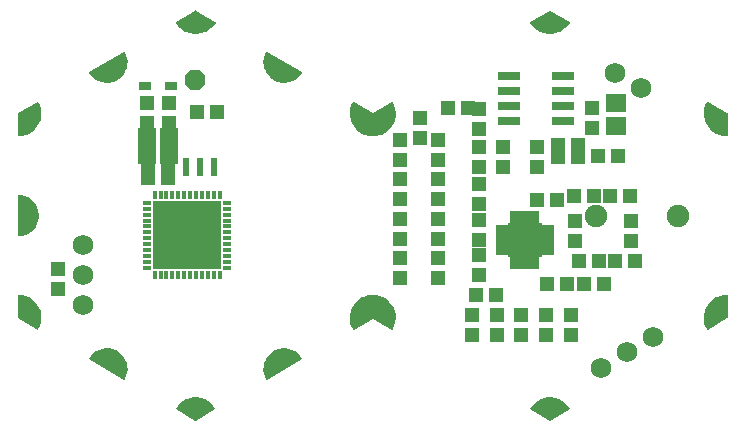
<source format=gbr>
G04 EAGLE Gerber RS-274X export*
G75*
%MOMM*%
%FSLAX34Y34*%
%LPD*%
%INSoldermask Bottom*%
%IPPOS*%
%AMOC8*
5,1,8,0,0,1.08239X$1,22.5*%
G01*
%ADD10R,0.603200X1.603197*%
%ADD11C,1.203200*%
%ADD12R,0.457200X0.753200*%
%ADD13R,0.753200X0.457200*%
%ADD14R,5.803200X5.803200*%
%ADD15P,1.869504X8X22.500000*%
%ADD16R,1.303200X1.203200*%
%ADD17R,1.503200X1.703200*%
%ADD18C,1.727200*%
%ADD19R,0.503200X1.053200*%
%ADD20R,1.053200X0.503200*%
%ADD21R,2.853200X2.853200*%
%ADD22C,1.903200*%
%ADD23R,1.203200X1.303200*%
%ADD24R,1.703200X1.503200*%
%ADD25R,1.879600X0.711200*%
%ADD26R,1.003200X0.703200*%

G36*
X299252Y270303D02*
X299252Y270303D01*
X299265Y270302D01*
X302315Y270545D01*
X302347Y270554D01*
X302394Y270558D01*
X305366Y271286D01*
X305397Y271301D01*
X305442Y271312D01*
X305506Y271339D01*
X306682Y271838D01*
X307857Y272337D01*
X307858Y272337D01*
X308259Y272508D01*
X308287Y272527D01*
X308330Y272545D01*
X310918Y274177D01*
X310942Y274201D01*
X310982Y274225D01*
X313275Y276252D01*
X313295Y276279D01*
X313331Y276310D01*
X315269Y278678D01*
X315285Y278708D01*
X315314Y278744D01*
X316848Y281392D01*
X316858Y281424D01*
X316882Y281464D01*
X316935Y281604D01*
X317695Y283601D01*
X317885Y284100D01*
X317971Y284324D01*
X317976Y284357D01*
X317993Y284401D01*
X318609Y287398D01*
X318609Y287432D01*
X318618Y287478D01*
X318745Y290535D01*
X318740Y290569D01*
X318742Y290616D01*
X318377Y293654D01*
X318366Y293686D01*
X318361Y293732D01*
X317513Y296672D01*
X317497Y296702D01*
X317485Y296748D01*
X316176Y299514D01*
X316159Y299536D01*
X316149Y299563D01*
X316100Y299615D01*
X316057Y299673D01*
X316032Y299687D01*
X316013Y299708D01*
X315947Y299737D01*
X315885Y299773D01*
X315857Y299776D01*
X315831Y299788D01*
X315759Y299789D01*
X315688Y299798D01*
X315661Y299790D01*
X315632Y299791D01*
X315537Y299755D01*
X315497Y299744D01*
X315488Y299737D01*
X315476Y299733D01*
X299225Y290376D01*
X282974Y299733D01*
X282947Y299742D01*
X282923Y299758D01*
X282853Y299773D01*
X282785Y299796D01*
X282757Y299793D01*
X282729Y299799D01*
X282659Y299786D01*
X282587Y299780D01*
X282562Y299767D01*
X282534Y299761D01*
X282474Y299721D01*
X282411Y299688D01*
X282393Y299666D01*
X282369Y299650D01*
X282311Y299567D01*
X282284Y299535D01*
X282281Y299524D01*
X282274Y299514D01*
X280965Y296748D01*
X280957Y296715D01*
X280937Y296672D01*
X280089Y293732D01*
X280086Y293698D01*
X280073Y293654D01*
X279708Y290616D01*
X279711Y290582D01*
X279705Y290535D01*
X279832Y287478D01*
X279840Y287445D01*
X279841Y287398D01*
X280457Y284401D01*
X280470Y284370D01*
X280480Y284324D01*
X281568Y281464D01*
X281586Y281436D01*
X281603Y281392D01*
X283136Y278744D01*
X283158Y278718D01*
X283181Y278678D01*
X285119Y276310D01*
X285146Y276288D01*
X285175Y276252D01*
X287468Y274225D01*
X287497Y274209D01*
X287532Y274177D01*
X290120Y272545D01*
X290152Y272533D01*
X290191Y272508D01*
X293008Y271312D01*
X293041Y271305D01*
X293084Y271286D01*
X296056Y270558D01*
X296090Y270556D01*
X296135Y270545D01*
X299185Y270302D01*
X299214Y270306D01*
X299242Y270301D01*
X299252Y270303D01*
G37*
G36*
X315792Y106615D02*
X315792Y106615D01*
X315863Y106620D01*
X315888Y106633D01*
X315916Y106639D01*
X315976Y106679D01*
X316039Y106712D01*
X316057Y106734D01*
X316081Y106750D01*
X316139Y106833D01*
X316166Y106865D01*
X316169Y106876D01*
X316176Y106887D01*
X317485Y109653D01*
X317493Y109686D01*
X317513Y109728D01*
X318361Y112668D01*
X318364Y112702D01*
X318377Y112746D01*
X318742Y115784D01*
X318739Y115818D01*
X318745Y115865D01*
X318618Y118922D01*
X318610Y118955D01*
X318609Y119002D01*
X317993Y121999D01*
X317980Y122030D01*
X317971Y122076D01*
X316882Y124936D01*
X316864Y124965D01*
X316848Y125008D01*
X315314Y127656D01*
X315292Y127682D01*
X315269Y127723D01*
X313331Y130090D01*
X313304Y130112D01*
X313275Y130148D01*
X310982Y132175D01*
X310953Y132192D01*
X310918Y132223D01*
X308330Y133855D01*
X308298Y133867D01*
X308259Y133892D01*
X305442Y135088D01*
X305409Y135095D01*
X305366Y135114D01*
X302394Y135842D01*
X302360Y135844D01*
X302315Y135855D01*
X299265Y136098D01*
X299236Y136094D01*
X299208Y136099D01*
X299198Y136097D01*
X299185Y136098D01*
X296135Y135855D01*
X296103Y135846D01*
X296056Y135842D01*
X293084Y135114D01*
X293053Y135099D01*
X293008Y135088D01*
X292843Y135018D01*
X291668Y134519D01*
X290492Y134020D01*
X290191Y133892D01*
X290163Y133873D01*
X290120Y133855D01*
X287532Y132223D01*
X287508Y132199D01*
X287468Y132175D01*
X285175Y130148D01*
X285155Y130121D01*
X285119Y130090D01*
X283181Y127723D01*
X283165Y127692D01*
X283136Y127656D01*
X281603Y125008D01*
X281592Y124976D01*
X281568Y124936D01*
X280480Y122076D01*
X280474Y122043D01*
X280457Y121999D01*
X279841Y119002D01*
X279841Y118968D01*
X279832Y118922D01*
X279705Y115865D01*
X279710Y115831D01*
X279708Y115784D01*
X280073Y112746D01*
X280084Y112714D01*
X280089Y112668D01*
X280937Y109728D01*
X280953Y109698D01*
X280965Y109653D01*
X282274Y106887D01*
X282291Y106864D01*
X282301Y106837D01*
X282350Y106785D01*
X282393Y106727D01*
X282418Y106713D01*
X282437Y106692D01*
X282503Y106663D01*
X282565Y106627D01*
X282593Y106624D01*
X282619Y106612D01*
X282691Y106611D01*
X282762Y106602D01*
X282789Y106610D01*
X282818Y106610D01*
X282913Y106645D01*
X282953Y106656D01*
X282962Y106663D01*
X282974Y106667D01*
X299225Y116024D01*
X315476Y106667D01*
X315503Y106658D01*
X315527Y106642D01*
X315597Y106627D01*
X315665Y106604D01*
X315693Y106607D01*
X315721Y106601D01*
X315792Y106615D01*
G37*
G36*
X-748Y185704D02*
X-748Y185704D01*
X-734Y185702D01*
X2064Y185934D01*
X2098Y185944D01*
X2146Y185948D01*
X4867Y186637D01*
X4899Y186652D01*
X4945Y186664D01*
X7517Y187792D01*
X7545Y187812D01*
X7589Y187831D01*
X9940Y189367D01*
X9964Y189391D01*
X10005Y189417D01*
X12070Y191319D01*
X12083Y191336D01*
X12095Y191345D01*
X12106Y191361D01*
X12126Y191380D01*
X13851Y193595D01*
X13866Y193626D01*
X13896Y193664D01*
X15232Y196134D01*
X15242Y196167D01*
X15265Y196209D01*
X16177Y198865D01*
X16182Y198899D01*
X16197Y198945D01*
X16659Y201714D01*
X16658Y201749D01*
X16666Y201796D01*
X16666Y204604D01*
X16659Y204638D01*
X16659Y204686D01*
X16197Y207455D01*
X16185Y207488D01*
X16177Y207535D01*
X15265Y210191D01*
X15248Y210221D01*
X15232Y210266D01*
X13896Y212736D01*
X13874Y212762D01*
X13851Y212805D01*
X12126Y215020D01*
X12100Y215043D01*
X12070Y215081D01*
X10005Y216983D01*
X9975Y217001D01*
X9940Y217033D01*
X7589Y218569D01*
X7557Y218582D01*
X7517Y218608D01*
X4945Y219736D01*
X4912Y219743D01*
X4867Y219763D01*
X2146Y220452D01*
X2111Y220454D01*
X2064Y220466D01*
X-734Y220698D01*
X-763Y220694D01*
X-792Y220699D01*
X-861Y220683D01*
X-931Y220674D01*
X-957Y220660D01*
X-985Y220653D01*
X-1042Y220611D01*
X-1104Y220576D01*
X-1122Y220552D01*
X-1145Y220535D01*
X-1181Y220474D01*
X-1224Y220417D01*
X-1232Y220389D01*
X-1247Y220364D01*
X-1263Y220266D01*
X-1274Y220225D01*
X-1272Y220214D01*
X-1274Y220200D01*
X-1274Y186200D01*
X-1268Y186171D01*
X-1271Y186142D01*
X-1249Y186075D01*
X-1235Y186005D01*
X-1218Y185981D01*
X-1209Y185953D01*
X-1162Y185900D01*
X-1122Y185841D01*
X-1098Y185826D01*
X-1078Y185804D01*
X-1014Y185772D01*
X-955Y185734D01*
X-926Y185729D01*
X-900Y185717D01*
X-800Y185708D01*
X-758Y185701D01*
X-748Y185704D01*
G37*
G36*
X88991Y64314D02*
X88991Y64314D01*
X89062Y64320D01*
X89088Y64333D01*
X89116Y64339D01*
X89175Y64379D01*
X89238Y64411D01*
X89257Y64434D01*
X89281Y64450D01*
X89338Y64532D01*
X89365Y64565D01*
X89368Y64575D01*
X89376Y64587D01*
X90575Y67122D01*
X90583Y67156D01*
X90604Y67199D01*
X91369Y69897D01*
X91371Y69932D01*
X91385Y69978D01*
X91695Y72766D01*
X91692Y72794D01*
X91694Y72805D01*
X91693Y72810D01*
X91697Y72848D01*
X91545Y75648D01*
X91536Y75682D01*
X91533Y75730D01*
X90922Y78467D01*
X90908Y78499D01*
X90897Y78546D01*
X89844Y81145D01*
X89825Y81174D01*
X89807Y81218D01*
X88340Y83609D01*
X88316Y83634D01*
X88291Y83675D01*
X86450Y85791D01*
X86423Y85812D01*
X86391Y85849D01*
X84228Y87633D01*
X84197Y87649D01*
X84160Y87680D01*
X81732Y89084D01*
X81699Y89095D01*
X81657Y89119D01*
X79032Y90104D01*
X78997Y90110D01*
X78952Y90127D01*
X76200Y90666D01*
X76166Y90666D01*
X76118Y90675D01*
X73315Y90754D01*
X73281Y90749D01*
X73233Y90750D01*
X70454Y90367D01*
X70422Y90355D01*
X70374Y90349D01*
X67697Y89513D01*
X67666Y89496D01*
X67620Y89482D01*
X65117Y88218D01*
X65090Y88196D01*
X65047Y88174D01*
X62786Y86515D01*
X62763Y86489D01*
X62724Y86461D01*
X60767Y84452D01*
X60748Y84423D01*
X60714Y84388D01*
X59115Y82085D01*
X59103Y82058D01*
X59085Y82035D01*
X59064Y81967D01*
X59036Y81902D01*
X59036Y81873D01*
X59028Y81845D01*
X59036Y81774D01*
X59035Y81703D01*
X59046Y81676D01*
X59050Y81647D01*
X59084Y81585D01*
X59112Y81520D01*
X59133Y81499D01*
X59147Y81474D01*
X59223Y81411D01*
X59254Y81381D01*
X59264Y81377D01*
X59275Y81368D01*
X88675Y64368D01*
X88703Y64359D01*
X88727Y64342D01*
X88796Y64327D01*
X88864Y64305D01*
X88893Y64307D01*
X88921Y64301D01*
X88991Y64314D01*
G37*
G36*
X76118Y315725D02*
X76118Y315725D01*
X76152Y315733D01*
X76200Y315734D01*
X78952Y316273D01*
X78984Y316287D01*
X79032Y316296D01*
X81657Y317281D01*
X81687Y317299D01*
X81732Y317316D01*
X84160Y318720D01*
X84186Y318743D01*
X84228Y318767D01*
X86391Y320551D01*
X86413Y320578D01*
X86450Y320609D01*
X88291Y322725D01*
X88308Y322755D01*
X88340Y322791D01*
X89807Y325182D01*
X89818Y325214D01*
X89844Y325255D01*
X90897Y327854D01*
X90904Y327888D01*
X90922Y327933D01*
X91533Y330670D01*
X91534Y330705D01*
X91545Y330752D01*
X91697Y333552D01*
X91692Y333586D01*
X91695Y333634D01*
X91385Y336422D01*
X91374Y336455D01*
X91369Y336503D01*
X90604Y339201D01*
X90588Y339231D01*
X90575Y339278D01*
X89376Y341813D01*
X89359Y341837D01*
X89349Y341864D01*
X89300Y341916D01*
X89257Y341973D01*
X89232Y341987D01*
X89212Y342009D01*
X89147Y342037D01*
X89086Y342073D01*
X89057Y342076D01*
X89030Y342088D01*
X88959Y342089D01*
X88888Y342098D01*
X88860Y342090D01*
X88831Y342090D01*
X88738Y342056D01*
X88697Y342044D01*
X88688Y342037D01*
X88675Y342032D01*
X59275Y325032D01*
X59253Y325013D01*
X59227Y325000D01*
X59179Y324947D01*
X59126Y324900D01*
X59114Y324874D01*
X59094Y324852D01*
X59071Y324785D01*
X59041Y324721D01*
X59039Y324692D01*
X59030Y324664D01*
X59035Y324593D01*
X59032Y324522D01*
X59042Y324495D01*
X59044Y324466D01*
X59086Y324376D01*
X59101Y324336D01*
X59109Y324328D01*
X59115Y324315D01*
X60714Y322012D01*
X60740Y321988D01*
X60767Y321948D01*
X62724Y319939D01*
X62753Y319920D01*
X62786Y319885D01*
X65047Y318226D01*
X65078Y318211D01*
X65117Y318182D01*
X67620Y316918D01*
X67654Y316909D01*
X67697Y316887D01*
X70374Y316051D01*
X70408Y316048D01*
X70454Y316033D01*
X73233Y315650D01*
X73267Y315652D01*
X73315Y315646D01*
X76118Y315725D01*
G37*
G36*
X209590Y64310D02*
X209590Y64310D01*
X209619Y64310D01*
X209712Y64344D01*
X209753Y64356D01*
X209762Y64363D01*
X209775Y64368D01*
X239175Y81368D01*
X239197Y81387D01*
X239223Y81400D01*
X239271Y81453D01*
X239324Y81500D01*
X239336Y81526D01*
X239356Y81548D01*
X239379Y81615D01*
X239409Y81679D01*
X239411Y81708D01*
X239420Y81736D01*
X239415Y81807D01*
X239418Y81878D01*
X239408Y81905D01*
X239406Y81934D01*
X239364Y82024D01*
X239349Y82064D01*
X239341Y82072D01*
X239335Y82085D01*
X237736Y84388D01*
X237711Y84412D01*
X237683Y84452D01*
X235726Y86461D01*
X235697Y86480D01*
X235664Y86515D01*
X233403Y88174D01*
X233372Y88189D01*
X233333Y88218D01*
X230830Y89482D01*
X230796Y89491D01*
X230753Y89513D01*
X228076Y90349D01*
X228042Y90352D01*
X227996Y90367D01*
X225217Y90750D01*
X225183Y90748D01*
X225135Y90754D01*
X222332Y90675D01*
X222298Y90667D01*
X222250Y90666D01*
X219498Y90127D01*
X219466Y90113D01*
X219418Y90104D01*
X216793Y89119D01*
X216763Y89101D01*
X216718Y89084D01*
X214290Y87680D01*
X214264Y87657D01*
X214223Y87633D01*
X212059Y85849D01*
X212037Y85822D01*
X212000Y85791D01*
X210159Y83675D01*
X210142Y83645D01*
X210111Y83609D01*
X208643Y81218D01*
X208632Y81186D01*
X208606Y81145D01*
X207553Y78546D01*
X207546Y78512D01*
X207528Y78467D01*
X206917Y75730D01*
X206916Y75695D01*
X206905Y75648D01*
X206753Y72848D01*
X206758Y72814D01*
X206755Y72766D01*
X207065Y69978D01*
X207076Y69945D01*
X207081Y69897D01*
X207846Y67199D01*
X207862Y67169D01*
X207875Y67122D01*
X209074Y64587D01*
X209091Y64563D01*
X209101Y64536D01*
X209150Y64484D01*
X209193Y64427D01*
X209218Y64413D01*
X209238Y64392D01*
X209303Y64363D01*
X209365Y64327D01*
X209393Y64324D01*
X209420Y64312D01*
X209491Y64311D01*
X209562Y64302D01*
X209590Y64310D01*
G37*
G36*
X225169Y315652D02*
X225169Y315652D01*
X225217Y315650D01*
X227996Y316033D01*
X228028Y316045D01*
X228076Y316051D01*
X230753Y316887D01*
X230784Y316904D01*
X230830Y316918D01*
X233333Y318182D01*
X233360Y318204D01*
X233403Y318226D01*
X235664Y319885D01*
X235687Y319911D01*
X235726Y319939D01*
X237683Y321948D01*
X237702Y321977D01*
X237736Y322012D01*
X239335Y324315D01*
X239347Y324342D01*
X239365Y324365D01*
X239386Y324433D01*
X239414Y324498D01*
X239414Y324527D01*
X239422Y324555D01*
X239414Y324626D01*
X239415Y324697D01*
X239404Y324724D01*
X239400Y324753D01*
X239366Y324815D01*
X239338Y324880D01*
X239317Y324901D01*
X239303Y324926D01*
X239227Y324989D01*
X239196Y325019D01*
X239186Y325023D01*
X239175Y325032D01*
X209775Y342032D01*
X209747Y342041D01*
X209723Y342058D01*
X209654Y342073D01*
X209586Y342095D01*
X209557Y342093D01*
X209529Y342099D01*
X209459Y342086D01*
X209388Y342080D01*
X209362Y342067D01*
X209334Y342061D01*
X209275Y342021D01*
X209212Y341989D01*
X209193Y341966D01*
X209169Y341950D01*
X209112Y341868D01*
X209085Y341835D01*
X209082Y341825D01*
X209074Y341813D01*
X207875Y339278D01*
X207867Y339244D01*
X207846Y339201D01*
X207081Y336503D01*
X207079Y336468D01*
X207065Y336422D01*
X206755Y333634D01*
X206757Y333607D01*
X206757Y333602D01*
X206758Y333597D01*
X206753Y333552D01*
X206905Y330752D01*
X206914Y330718D01*
X206917Y330670D01*
X207528Y327933D01*
X207542Y327901D01*
X207553Y327854D01*
X208606Y325255D01*
X208625Y325226D01*
X208643Y325182D01*
X210111Y322791D01*
X210134Y322766D01*
X210159Y322725D01*
X212000Y320609D01*
X212027Y320588D01*
X212059Y320551D01*
X214223Y318767D01*
X214253Y318751D01*
X214290Y318720D01*
X216718Y317316D01*
X216751Y317305D01*
X216793Y317281D01*
X219418Y316296D01*
X219453Y316290D01*
X219498Y316273D01*
X222250Y315734D01*
X222285Y315734D01*
X222332Y315725D01*
X225135Y315646D01*
X225169Y315652D01*
G37*
G36*
X-767Y270264D02*
X-767Y270264D01*
X-753Y270263D01*
X2303Y270510D01*
X2336Y270519D01*
X2382Y270523D01*
X5359Y271256D01*
X5390Y271271D01*
X5436Y271282D01*
X8257Y272484D01*
X8284Y272503D01*
X8328Y272521D01*
X10919Y274160D01*
X10944Y274183D01*
X10983Y274208D01*
X13278Y276241D01*
X13299Y276268D01*
X13334Y276299D01*
X15273Y278674D01*
X15289Y278704D01*
X15319Y278740D01*
X16852Y281396D01*
X16863Y281428D01*
X16887Y281468D01*
X17974Y284335D01*
X17979Y284369D01*
X17996Y284413D01*
X18609Y287417D01*
X18610Y287451D01*
X18619Y287497D01*
X18743Y290560D01*
X18737Y290594D01*
X18739Y290640D01*
X18370Y293684D01*
X18359Y293717D01*
X18354Y293763D01*
X17501Y296708D01*
X17485Y296738D01*
X17472Y296783D01*
X16158Y299553D01*
X16140Y299577D01*
X16130Y299604D01*
X16081Y299656D01*
X16038Y299713D01*
X16013Y299727D01*
X15993Y299748D01*
X15928Y299777D01*
X15866Y299812D01*
X15838Y299816D01*
X15811Y299828D01*
X15740Y299828D01*
X15669Y299837D01*
X15641Y299829D01*
X15612Y299830D01*
X15519Y299795D01*
X15478Y299783D01*
X15469Y299776D01*
X15457Y299771D01*
X-1021Y290232D01*
X-1078Y290181D01*
X-1140Y290136D01*
X-1152Y290116D01*
X-1170Y290100D01*
X-1203Y290031D01*
X-1242Y289965D01*
X-1246Y289939D01*
X-1255Y289921D01*
X-1257Y289876D01*
X-1270Y289801D01*
X-1293Y270761D01*
X-1287Y270733D01*
X-1289Y270704D01*
X-1267Y270636D01*
X-1253Y270566D01*
X-1237Y270542D01*
X-1228Y270515D01*
X-1181Y270461D01*
X-1141Y270402D01*
X-1117Y270387D01*
X-1098Y270365D01*
X-1033Y270333D01*
X-973Y270295D01*
X-945Y270290D01*
X-919Y270277D01*
X-819Y270269D01*
X-777Y270262D01*
X-767Y270264D01*
G37*
G36*
X15772Y106575D02*
X15772Y106575D01*
X15843Y106580D01*
X15869Y106594D01*
X15897Y106599D01*
X15957Y106639D01*
X16020Y106672D01*
X16038Y106694D01*
X16062Y106710D01*
X16120Y106792D01*
X16147Y106825D01*
X16150Y106835D01*
X16158Y106847D01*
X17472Y109617D01*
X17480Y109650D01*
X17501Y109692D01*
X18354Y112637D01*
X18356Y112671D01*
X18370Y112716D01*
X18739Y115760D01*
X18737Y115793D01*
X18743Y115840D01*
X18619Y118904D01*
X18611Y118936D01*
X18609Y118983D01*
X17996Y121988D01*
X17983Y122019D01*
X17974Y122065D01*
X16887Y124932D01*
X16868Y124960D01*
X16852Y125004D01*
X15319Y127660D01*
X15296Y127685D01*
X15273Y127726D01*
X13334Y130101D01*
X13308Y130122D01*
X13278Y130159D01*
X10983Y132192D01*
X10954Y132209D01*
X10919Y132240D01*
X8328Y133879D01*
X8296Y133891D01*
X8257Y133916D01*
X5436Y135118D01*
X5402Y135125D01*
X5359Y135144D01*
X2382Y135877D01*
X2348Y135879D01*
X2303Y135890D01*
X-753Y136137D01*
X-782Y136134D01*
X-810Y136138D01*
X-880Y136122D01*
X-951Y136113D01*
X-976Y136099D01*
X-1004Y136092D01*
X-1061Y136050D01*
X-1123Y136014D01*
X-1141Y135991D01*
X-1164Y135974D01*
X-1200Y135913D01*
X-1243Y135856D01*
X-1250Y135828D01*
X-1265Y135803D01*
X-1282Y135704D01*
X-1292Y135663D01*
X-1290Y135652D01*
X-1293Y135639D01*
X-1270Y116599D01*
X-1254Y116524D01*
X-1246Y116448D01*
X-1235Y116427D01*
X-1230Y116405D01*
X-1186Y116341D01*
X-1149Y116274D01*
X-1129Y116258D01*
X-1117Y116241D01*
X-1080Y116217D01*
X-1021Y116168D01*
X15457Y106629D01*
X15484Y106619D01*
X15508Y106603D01*
X15577Y106588D01*
X15645Y106565D01*
X15674Y106567D01*
X15702Y106561D01*
X15772Y106575D01*
G37*
G36*
X449241Y29511D02*
X449241Y29511D01*
X449318Y29510D01*
X449342Y29519D01*
X449363Y29520D01*
X449402Y29541D01*
X449474Y29567D01*
X465974Y39067D01*
X465996Y39086D01*
X466022Y39099D01*
X466056Y39137D01*
X466059Y39139D01*
X466062Y39143D01*
X466070Y39152D01*
X466123Y39199D01*
X466136Y39225D01*
X466155Y39247D01*
X466178Y39314D01*
X466209Y39378D01*
X466211Y39407D01*
X466220Y39434D01*
X466215Y39506D01*
X466218Y39577D01*
X466208Y39604D01*
X466206Y39633D01*
X466164Y39723D01*
X466149Y39763D01*
X466142Y39771D01*
X466136Y39784D01*
X464394Y42307D01*
X464370Y42331D01*
X464343Y42369D01*
X462219Y44581D01*
X462191Y44600D01*
X462159Y44634D01*
X459708Y46476D01*
X459677Y46490D01*
X459640Y46519D01*
X456925Y47944D01*
X456892Y47953D01*
X456851Y47975D01*
X453943Y48946D01*
X453916Y48949D01*
X453907Y48951D01*
X453865Y48965D01*
X450838Y49457D01*
X450804Y49456D01*
X450758Y49464D01*
X447692Y49464D01*
X447659Y49457D01*
X447612Y49457D01*
X444585Y48965D01*
X444554Y48953D01*
X444507Y48946D01*
X441599Y47975D01*
X441570Y47958D01*
X441525Y47944D01*
X438810Y46519D01*
X438784Y46497D01*
X438742Y46476D01*
X436291Y44634D01*
X436268Y44609D01*
X436231Y44581D01*
X434107Y42369D01*
X434089Y42341D01*
X434056Y42307D01*
X432314Y39784D01*
X432303Y39757D01*
X432284Y39735D01*
X432264Y39666D01*
X432236Y39601D01*
X432236Y39572D01*
X432228Y39544D01*
X432236Y39473D01*
X432236Y39402D01*
X432247Y39375D01*
X432250Y39346D01*
X432285Y39284D01*
X432313Y39219D01*
X432333Y39198D01*
X432348Y39173D01*
X432411Y39121D01*
X432415Y39116D01*
X432424Y39110D01*
X432425Y39110D01*
X432455Y39080D01*
X432465Y39076D01*
X432476Y39067D01*
X448976Y29567D01*
X449049Y29543D01*
X449119Y29512D01*
X449143Y29512D01*
X449165Y29504D01*
X449241Y29511D01*
G37*
G36*
X149241Y29511D02*
X149241Y29511D01*
X149318Y29510D01*
X149342Y29519D01*
X149363Y29520D01*
X149402Y29541D01*
X149474Y29567D01*
X165974Y39067D01*
X165996Y39086D01*
X166022Y39099D01*
X166056Y39137D01*
X166059Y39139D01*
X166062Y39143D01*
X166070Y39152D01*
X166123Y39199D01*
X166136Y39225D01*
X166155Y39247D01*
X166178Y39314D01*
X166209Y39378D01*
X166211Y39407D01*
X166220Y39434D01*
X166215Y39506D01*
X166218Y39577D01*
X166208Y39604D01*
X166206Y39633D01*
X166164Y39723D01*
X166149Y39763D01*
X166142Y39771D01*
X166136Y39784D01*
X164394Y42307D01*
X164370Y42331D01*
X164343Y42369D01*
X162219Y44581D01*
X162191Y44600D01*
X162159Y44634D01*
X159708Y46476D01*
X159677Y46490D01*
X159640Y46519D01*
X156925Y47944D01*
X156892Y47953D01*
X156851Y47975D01*
X153943Y48946D01*
X153916Y48949D01*
X153907Y48951D01*
X153865Y48965D01*
X150838Y49457D01*
X150804Y49456D01*
X150758Y49464D01*
X147692Y49464D01*
X147659Y49457D01*
X147612Y49457D01*
X144585Y48965D01*
X144554Y48953D01*
X144507Y48946D01*
X141599Y47975D01*
X141570Y47958D01*
X141525Y47944D01*
X138810Y46519D01*
X138784Y46497D01*
X138742Y46476D01*
X136291Y44634D01*
X136268Y44609D01*
X136231Y44581D01*
X134107Y42369D01*
X134089Y42341D01*
X134056Y42307D01*
X132314Y39784D01*
X132303Y39757D01*
X132284Y39735D01*
X132264Y39666D01*
X132236Y39601D01*
X132236Y39572D01*
X132228Y39544D01*
X132236Y39473D01*
X132236Y39402D01*
X132247Y39375D01*
X132250Y39346D01*
X132285Y39284D01*
X132313Y39219D01*
X132333Y39198D01*
X132348Y39173D01*
X132411Y39121D01*
X132415Y39116D01*
X132424Y39110D01*
X132425Y39110D01*
X132455Y39080D01*
X132465Y39076D01*
X132476Y39067D01*
X148976Y29567D01*
X149049Y29543D01*
X149119Y29512D01*
X149143Y29512D01*
X149165Y29504D01*
X149241Y29511D01*
G37*
G36*
X150791Y356943D02*
X150791Y356943D01*
X150838Y356943D01*
X153865Y357435D01*
X153896Y357447D01*
X153943Y357454D01*
X156851Y358425D01*
X156881Y358442D01*
X156925Y358456D01*
X159640Y359881D01*
X159666Y359903D01*
X159708Y359924D01*
X162159Y361766D01*
X162182Y361791D01*
X162219Y361819D01*
X164343Y364031D01*
X164361Y364059D01*
X164394Y364093D01*
X166136Y366616D01*
X166147Y366643D01*
X166166Y366665D01*
X166186Y366734D01*
X166214Y366799D01*
X166214Y366828D01*
X166222Y366856D01*
X166214Y366927D01*
X166215Y366998D01*
X166203Y367025D01*
X166200Y367054D01*
X166165Y367116D01*
X166137Y367181D01*
X166117Y367202D01*
X166102Y367227D01*
X166025Y367290D01*
X165995Y367320D01*
X165985Y367324D01*
X165974Y367333D01*
X149474Y376833D01*
X149401Y376857D01*
X149331Y376888D01*
X149307Y376888D01*
X149285Y376896D01*
X149209Y376890D01*
X149132Y376891D01*
X149108Y376881D01*
X149087Y376880D01*
X149048Y376859D01*
X148976Y376833D01*
X132476Y367333D01*
X132454Y367314D01*
X132428Y367301D01*
X132380Y367248D01*
X132327Y367201D01*
X132314Y367175D01*
X132295Y367154D01*
X132272Y367086D01*
X132241Y367022D01*
X132240Y366993D01*
X132230Y366966D01*
X132235Y366894D01*
X132232Y366823D01*
X132242Y366796D01*
X132244Y366767D01*
X132286Y366677D01*
X132301Y366637D01*
X132308Y366629D01*
X132314Y366616D01*
X134056Y364093D01*
X134080Y364069D01*
X134107Y364031D01*
X136231Y361819D01*
X136259Y361800D01*
X136291Y361766D01*
X138742Y359924D01*
X138773Y359910D01*
X138810Y359881D01*
X141525Y358456D01*
X141558Y358447D01*
X141599Y358425D01*
X144507Y357454D01*
X144541Y357450D01*
X144585Y357435D01*
X147612Y356943D01*
X147646Y356944D01*
X147692Y356936D01*
X150758Y356936D01*
X150791Y356943D01*
G37*
G36*
X450791Y356943D02*
X450791Y356943D01*
X450838Y356943D01*
X453865Y357435D01*
X453896Y357447D01*
X453943Y357454D01*
X456851Y358425D01*
X456881Y358442D01*
X456925Y358456D01*
X459640Y359881D01*
X459666Y359903D01*
X459708Y359924D01*
X462159Y361766D01*
X462182Y361791D01*
X462219Y361819D01*
X464343Y364031D01*
X464361Y364059D01*
X464394Y364093D01*
X466136Y366616D01*
X466147Y366643D01*
X466166Y366665D01*
X466186Y366734D01*
X466214Y366799D01*
X466214Y366828D01*
X466222Y366856D01*
X466214Y366927D01*
X466215Y366998D01*
X466203Y367025D01*
X466200Y367054D01*
X466165Y367116D01*
X466137Y367181D01*
X466117Y367202D01*
X466102Y367227D01*
X466025Y367290D01*
X465995Y367320D01*
X465985Y367324D01*
X465974Y367333D01*
X449474Y376833D01*
X449401Y376857D01*
X449331Y376888D01*
X449307Y376888D01*
X449285Y376896D01*
X449209Y376890D01*
X449132Y376891D01*
X449108Y376881D01*
X449087Y376880D01*
X449048Y376859D01*
X448976Y376833D01*
X432476Y367333D01*
X432454Y367314D01*
X432428Y367301D01*
X432380Y367248D01*
X432327Y367201D01*
X432314Y367175D01*
X432295Y367154D01*
X432272Y367086D01*
X432241Y367022D01*
X432240Y366993D01*
X432230Y366966D01*
X432235Y366894D01*
X432232Y366823D01*
X432242Y366796D01*
X432244Y366767D01*
X432286Y366677D01*
X432301Y366637D01*
X432308Y366629D01*
X432314Y366616D01*
X434056Y364093D01*
X434080Y364069D01*
X434107Y364031D01*
X436231Y361819D01*
X436259Y361800D01*
X436291Y361766D01*
X438742Y359924D01*
X438773Y359910D01*
X438810Y359881D01*
X441525Y358456D01*
X441558Y358447D01*
X441599Y358425D01*
X444507Y357454D01*
X444541Y357450D01*
X444585Y357435D01*
X447612Y356943D01*
X447646Y356944D01*
X447692Y356936D01*
X450758Y356936D01*
X450791Y356943D01*
G37*
G36*
X599311Y270318D02*
X599311Y270318D01*
X599383Y270326D01*
X599407Y270341D01*
X599435Y270347D01*
X599493Y270390D01*
X599555Y270426D01*
X599572Y270448D01*
X599595Y270465D01*
X599632Y270527D01*
X599675Y270584D01*
X599682Y270612D01*
X599697Y270636D01*
X599713Y270736D01*
X599724Y270777D01*
X599722Y270787D01*
X599724Y270800D01*
X599724Y289800D01*
X599709Y289876D01*
X599700Y289954D01*
X599689Y289973D01*
X599685Y289995D01*
X599641Y290059D01*
X599602Y290127D01*
X599583Y290143D01*
X599572Y290159D01*
X599534Y290183D01*
X599474Y290233D01*
X582974Y299733D01*
X582947Y299742D01*
X582923Y299758D01*
X582853Y299773D01*
X582785Y299796D01*
X582757Y299793D01*
X582729Y299799D01*
X582659Y299786D01*
X582587Y299780D01*
X582562Y299767D01*
X582534Y299761D01*
X582474Y299721D01*
X582411Y299688D01*
X582393Y299666D01*
X582369Y299650D01*
X582311Y299567D01*
X582284Y299535D01*
X582281Y299524D01*
X582274Y299514D01*
X580965Y296748D01*
X580957Y296715D01*
X580937Y296672D01*
X580089Y293732D01*
X580086Y293698D01*
X580073Y293654D01*
X579708Y290616D01*
X579711Y290582D01*
X579705Y290535D01*
X579832Y287478D01*
X579840Y287445D01*
X579841Y287398D01*
X580457Y284401D01*
X580470Y284370D01*
X580480Y284324D01*
X581568Y281464D01*
X581586Y281436D01*
X581603Y281392D01*
X583136Y278744D01*
X583158Y278718D01*
X583181Y278678D01*
X585119Y276310D01*
X585146Y276288D01*
X585175Y276252D01*
X587468Y274225D01*
X587497Y274209D01*
X587532Y274177D01*
X590120Y272545D01*
X590152Y272533D01*
X590191Y272508D01*
X593008Y271312D01*
X593041Y271305D01*
X593084Y271286D01*
X596056Y270558D01*
X596090Y270556D01*
X596135Y270545D01*
X599185Y270302D01*
X599214Y270306D01*
X599242Y270301D01*
X599311Y270318D01*
G37*
G36*
X582789Y106610D02*
X582789Y106610D01*
X582818Y106610D01*
X582913Y106645D01*
X582953Y106656D01*
X582962Y106663D01*
X582974Y106667D01*
X599474Y116167D01*
X599533Y116219D01*
X599595Y116265D01*
X599606Y116284D01*
X599623Y116299D01*
X599657Y116369D01*
X599697Y116436D01*
X599701Y116461D01*
X599709Y116478D01*
X599711Y116523D01*
X599724Y116600D01*
X599724Y135600D01*
X599719Y135628D01*
X599721Y135656D01*
X599699Y135724D01*
X599685Y135795D01*
X599669Y135818D01*
X599660Y135845D01*
X599613Y135900D01*
X599572Y135959D01*
X599548Y135974D01*
X599530Y135996D01*
X599465Y136027D01*
X599405Y136066D01*
X599377Y136071D01*
X599351Y136083D01*
X599250Y136092D01*
X599208Y136099D01*
X599198Y136097D01*
X599185Y136098D01*
X596135Y135855D01*
X596103Y135846D01*
X596056Y135842D01*
X593084Y135114D01*
X593053Y135099D01*
X593008Y135088D01*
X592843Y135018D01*
X591668Y134519D01*
X590492Y134020D01*
X590191Y133892D01*
X590163Y133873D01*
X590120Y133855D01*
X587532Y132223D01*
X587508Y132199D01*
X587468Y132175D01*
X585175Y130148D01*
X585155Y130121D01*
X585119Y130090D01*
X583181Y127723D01*
X583165Y127692D01*
X583136Y127656D01*
X581603Y125008D01*
X581592Y124976D01*
X581568Y124936D01*
X580480Y122076D01*
X580474Y122043D01*
X580457Y121999D01*
X579841Y119002D01*
X579841Y118968D01*
X579832Y118922D01*
X579705Y115865D01*
X579710Y115831D01*
X579708Y115784D01*
X580073Y112746D01*
X580084Y112714D01*
X580089Y112668D01*
X580937Y109728D01*
X580953Y109698D01*
X580965Y109653D01*
X582274Y106887D01*
X582291Y106864D01*
X582301Y106837D01*
X582350Y106785D01*
X582393Y106727D01*
X582418Y106713D01*
X582437Y106692D01*
X582503Y106663D01*
X582565Y106627D01*
X582593Y106624D01*
X582619Y106612D01*
X582691Y106611D01*
X582762Y106602D01*
X582789Y106610D01*
G37*
D10*
X165194Y244475D03*
X153194Y244475D03*
X141194Y244475D03*
D11*
X149225Y368400D03*
X299945Y280720D03*
X299945Y125680D03*
X149225Y38000D03*
X77725Y327100D03*
X220725Y327100D03*
X220725Y79300D03*
X77725Y79300D03*
X449225Y368400D03*
X592325Y285800D03*
X592325Y120600D03*
X449225Y38000D03*
X6158Y285800D03*
X6158Y120600D03*
X6125Y203200D03*
D12*
X114574Y220331D03*
X119575Y220331D03*
X124577Y220331D03*
X129578Y220331D03*
X134579Y220331D03*
X139580Y220331D03*
X144582Y220331D03*
X149583Y220331D03*
X154584Y220331D03*
X159585Y220331D03*
X164587Y220331D03*
X169588Y220331D03*
D13*
X175881Y214038D03*
X175881Y209037D03*
X175881Y204035D03*
X175881Y199034D03*
X175881Y194033D03*
X175881Y189032D03*
X175881Y184030D03*
X175881Y179029D03*
X175881Y174028D03*
X175881Y169027D03*
X175881Y164025D03*
X175881Y159024D03*
D12*
X169588Y152731D03*
X164587Y152731D03*
X159585Y152731D03*
X154584Y152731D03*
X149583Y152731D03*
X144582Y152731D03*
X139580Y152731D03*
X134579Y152731D03*
X129578Y152731D03*
X124577Y152731D03*
X119575Y152731D03*
X114574Y152731D03*
D13*
X108281Y159024D03*
X108281Y164025D03*
X108281Y169027D03*
X108281Y174028D03*
X108281Y179029D03*
X108281Y184030D03*
X108281Y189032D03*
X108281Y194033D03*
X108281Y199034D03*
X108281Y204035D03*
X108281Y209037D03*
X108281Y214038D03*
D14*
X142081Y186531D03*
D15*
X148431Y318294D03*
D16*
X32544Y140725D03*
X32544Y157725D03*
X127000Y281219D03*
X127000Y298219D03*
X167250Y291306D03*
X150250Y291306D03*
X108975Y243681D03*
X125975Y243681D03*
X108975Y234950D03*
X125975Y234950D03*
D17*
X107975Y269081D03*
X126975Y269081D03*
X107975Y255588D03*
X126975Y255588D03*
D16*
X107950Y281219D03*
X107950Y298219D03*
D18*
X53975Y178594D03*
X53975Y153194D03*
X53975Y127794D03*
D19*
X437831Y163063D03*
X432831Y163063D03*
X427831Y163063D03*
X422831Y163063D03*
X417831Y163063D03*
D20*
X408331Y172563D03*
X408331Y177563D03*
X408331Y182563D03*
X408331Y187563D03*
X408331Y192563D03*
D19*
X417831Y202063D03*
X422831Y202063D03*
X427831Y202063D03*
X432831Y202063D03*
X437831Y202063D03*
D20*
X447331Y192563D03*
X447331Y187563D03*
X447331Y182563D03*
X447331Y177563D03*
X447331Y172563D03*
D21*
X427831Y182563D03*
D22*
X557975Y202875D03*
X487975Y202875D03*
D18*
X492375Y74574D03*
X514350Y87313D03*
X536325Y100051D03*
D16*
X455381Y216694D03*
X438381Y216694D03*
X470694Y182000D03*
X470694Y199000D03*
D23*
X469338Y219869D03*
X486338Y219869D03*
D16*
X464113Y145256D03*
X447113Y145256D03*
D23*
X478069Y145256D03*
X495069Y145256D03*
X474100Y165100D03*
X491100Y165100D03*
X504263Y165100D03*
X521263Y165100D03*
X517525Y199000D03*
X517525Y182000D03*
D16*
X466725Y101831D03*
X466725Y118831D03*
X404217Y101831D03*
X404217Y118831D03*
X445889Y118831D03*
X445889Y101831D03*
X425053Y118831D03*
X425053Y101831D03*
X383381Y118831D03*
X383381Y101831D03*
X403788Y135731D03*
X386788Y135731D03*
X354806Y150250D03*
X354806Y167250D03*
X354806Y183588D03*
X354806Y200588D03*
X388938Y229956D03*
X388938Y212956D03*
D23*
X354806Y233925D03*
X354806Y216925D03*
X388938Y152631D03*
X388938Y169631D03*
D16*
X388938Y199794D03*
X388938Y182794D03*
X322263Y183588D03*
X322263Y200588D03*
X322263Y150250D03*
X322263Y167250D03*
D24*
X505619Y279425D03*
X505619Y298425D03*
D23*
X484981Y277250D03*
X484981Y294250D03*
X379975Y294481D03*
X362975Y294481D03*
D16*
X354806Y250263D03*
X354806Y267263D03*
D23*
X322263Y233925D03*
X322263Y216925D03*
X338931Y285519D03*
X338931Y268519D03*
X388938Y243913D03*
X388938Y260913D03*
D16*
X322263Y250263D03*
X322263Y267263D03*
X409575Y243913D03*
X409575Y260913D03*
X438150Y260913D03*
X438150Y243913D03*
X455844Y253206D03*
X472844Y253206D03*
D23*
X506975Y254000D03*
X489975Y254000D03*
D18*
X504123Y323812D03*
X526164Y311188D03*
D16*
X500294Y219869D03*
X517294Y219869D03*
D23*
X388938Y276456D03*
X388938Y293456D03*
D25*
X414242Y283369D03*
X414242Y296069D03*
X414242Y308769D03*
X414242Y321469D03*
X460470Y321469D03*
X460470Y308769D03*
X460470Y296069D03*
X460470Y283369D03*
D26*
X128475Y312738D03*
X106475Y312738D03*
D23*
X456075Y262731D03*
X473075Y262731D03*
M02*

</source>
